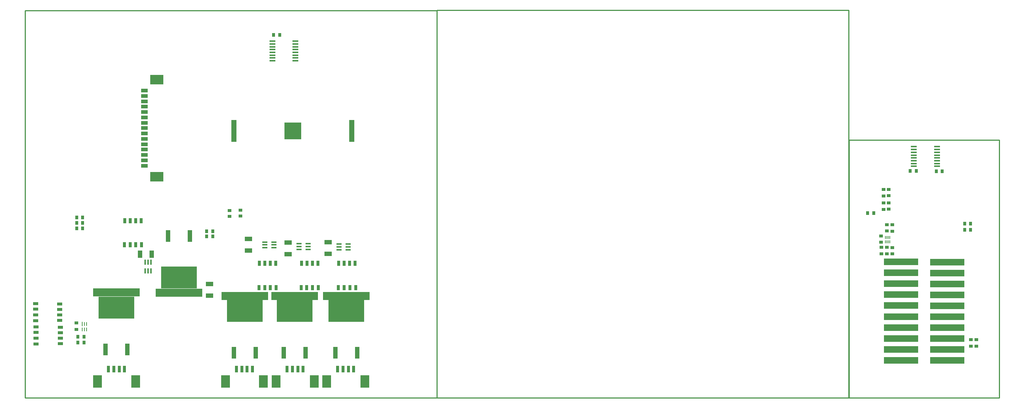
<source format=gbp>
G04*
G04 #@! TF.GenerationSoftware,Altium Limited,Altium Designer,18.1.9 (240)*
G04*
G04 Layer_Color=128*
%FSLAX44Y44*%
%MOMM*%
G71*
G01*
G75*
%ADD10R,0.9000X0.7000*%
%ADD13R,0.7000X0.9000*%
%ADD16C,0.2540*%
%ADD17R,0.8000X0.9000*%
%ADD18R,0.9000X0.8000*%
%ADD27R,0.8000X1.6000*%
%ADD28R,2.1000X3.0000*%
%ADD39R,1.1684X0.3556*%
%ADD40R,0.3556X1.1684*%
%ADD51R,1.7000X1.1000*%
%ADD89R,8.0000X1.5000*%
%ADD90R,0.2032X0.6604*%
%ADD91R,1.4000X0.3500*%
%ADD93R,1.6002X0.8128*%
%ADD94R,3.0988X2.2098*%
%ADD95R,1.3000X5.1000*%
%ADD96R,4.0000X4.0000*%
%ADD97R,0.2700X1.0200*%
%ADD98R,0.2700X0.9400*%
%ADD99R,0.6500X1.2000*%
%ADD100R,1.2000X0.6500*%
%ADD101R,10.8000X1.9100*%
%ADD102R,8.3300X5.0800*%
%ADD103R,1.0500X2.8000*%
%ADD104R,1.1000X1.7000*%
D10*
X2252670Y738991D02*
D03*
Y723991D02*
D03*
X2252416Y707766D02*
D03*
Y692766D02*
D03*
X2264721Y707844D02*
D03*
Y692844D02*
D03*
X2264862Y739184D02*
D03*
Y724184D02*
D03*
X2260290Y657098D02*
D03*
Y642098D02*
D03*
X2273110Y656942D02*
D03*
Y641942D02*
D03*
X2247336Y589266D02*
D03*
Y604266D02*
D03*
X2260290Y589012D02*
D03*
Y604012D02*
D03*
X2273244Y588758D02*
D03*
Y603758D02*
D03*
X2468926Y389354D02*
D03*
Y374354D02*
D03*
X2456196Y389058D02*
D03*
Y374058D02*
D03*
X373530Y412920D02*
D03*
Y427920D02*
D03*
D13*
X2230096Y684142D02*
D03*
X2215096D02*
D03*
X2314258Y781932D02*
D03*
X2329258D02*
D03*
X376956Y395750D02*
D03*
X391956D02*
D03*
D16*
X1213208Y254036D02*
Y1156328D01*
X2171804D01*
X2171804Y254036D01*
X1213208D02*
X2171804D01*
X2521910Y254120D02*
Y854120D01*
Y254120D02*
X2171910D01*
Y854120D01*
X2521910D02*
X2171910D01*
X1213000Y254050D02*
X254150D01*
X254150Y1155750D01*
X1213000D02*
X254150D01*
X1213000D02*
Y254050D01*
D17*
X2441250Y645280D02*
D03*
X2455250D02*
D03*
X2441250Y659250D02*
D03*
X2455250D02*
D03*
X2375210Y781170D02*
D03*
X2389210D02*
D03*
X847180Y1098851D02*
D03*
X833180D02*
D03*
X388659Y673884D02*
D03*
X374659D02*
D03*
X374659Y661384D02*
D03*
X388659D02*
D03*
X388659Y648716D02*
D03*
X374659D02*
D03*
X691000Y629750D02*
D03*
X677000D02*
D03*
X691172Y641908D02*
D03*
X677172D02*
D03*
X377562Y382305D02*
D03*
X391562D02*
D03*
D18*
X2247082Y616436D02*
D03*
Y630436D02*
D03*
X755500Y690797D02*
D03*
Y676797D02*
D03*
X730500Y690250D02*
D03*
Y676250D02*
D03*
D27*
X746400Y320532D02*
D03*
X758900D02*
D03*
X783900D02*
D03*
X771400D02*
D03*
X981960Y320642D02*
D03*
X994460D02*
D03*
X1019460D02*
D03*
X1006960D02*
D03*
X448500Y320750D02*
D03*
X461000D02*
D03*
X486000D02*
D03*
X473500D02*
D03*
X864250Y320532D02*
D03*
X876750D02*
D03*
X901750D02*
D03*
X889250D02*
D03*
D28*
X720900Y291532D02*
D03*
X809400D02*
D03*
X956460Y291642D02*
D03*
X1044960D02*
D03*
X423000Y291750D02*
D03*
X511500D02*
D03*
X838750Y291532D02*
D03*
X927250D02*
D03*
D39*
X833614Y616642D02*
D03*
Y610038D02*
D03*
Y603434D02*
D03*
X812786D02*
D03*
Y610038D02*
D03*
Y616642D02*
D03*
X1006455Y611674D02*
D03*
Y605070D02*
D03*
Y598466D02*
D03*
X985627D02*
D03*
Y605070D02*
D03*
Y611674D02*
D03*
X912881Y612780D02*
D03*
Y606175D02*
D03*
Y599571D02*
D03*
X892053D02*
D03*
Y606175D02*
D03*
Y612780D02*
D03*
D40*
X547192Y549086D02*
D03*
X540588D02*
D03*
X533984D02*
D03*
Y569914D02*
D03*
X540588D02*
D03*
X547192D02*
D03*
D51*
X959500Y589000D02*
D03*
Y616000D02*
D03*
X867000Y588000D02*
D03*
Y615000D02*
D03*
X683410Y518596D02*
D03*
Y491596D02*
D03*
X774500Y623750D02*
D03*
Y596750D02*
D03*
D89*
X2400694Y442918D02*
D03*
Y417518D02*
D03*
Y392118D02*
D03*
Y366718D02*
D03*
Y341318D02*
D03*
X2293010Y341420D02*
D03*
Y366820D02*
D03*
Y392220D02*
D03*
Y417620D02*
D03*
Y443020D02*
D03*
X2400810Y570020D02*
D03*
Y544620D02*
D03*
Y519220D02*
D03*
Y493820D02*
D03*
Y468420D02*
D03*
X2292987Y570189D02*
D03*
Y544789D02*
D03*
Y519389D02*
D03*
Y493989D02*
D03*
Y468589D02*
D03*
D90*
X2256734Y616721D02*
D03*
X2260290D02*
D03*
X2263846D02*
D03*
X2267402D02*
D03*
Y626881D02*
D03*
X2263846D02*
D03*
X2260290D02*
D03*
X2256734D02*
D03*
D91*
X2322850Y792970D02*
D03*
Y799470D02*
D03*
Y805970D02*
D03*
Y812470D02*
D03*
Y818970D02*
D03*
Y825470D02*
D03*
Y831970D02*
D03*
Y838470D02*
D03*
X2376850Y792970D02*
D03*
Y799470D02*
D03*
Y805970D02*
D03*
Y812470D02*
D03*
Y818970D02*
D03*
Y825470D02*
D03*
Y831970D02*
D03*
Y838470D02*
D03*
X884000Y1084250D02*
D03*
Y1077750D02*
D03*
Y1071250D02*
D03*
Y1064750D02*
D03*
Y1058250D02*
D03*
Y1051750D02*
D03*
Y1045250D02*
D03*
Y1038750D02*
D03*
X830000Y1084250D02*
D03*
Y1077750D02*
D03*
Y1071250D02*
D03*
Y1064750D02*
D03*
Y1058250D02*
D03*
Y1051750D02*
D03*
Y1045250D02*
D03*
Y1038750D02*
D03*
D93*
X532000Y969250D02*
D03*
Y956750D02*
D03*
Y944250D02*
D03*
Y931750D02*
D03*
Y919250D02*
D03*
Y906750D02*
D03*
Y894250D02*
D03*
Y881750D02*
D03*
Y869250D02*
D03*
Y856750D02*
D03*
Y844250D02*
D03*
Y831750D02*
D03*
Y819250D02*
D03*
Y806750D02*
D03*
Y794250D02*
D03*
D94*
X561000Y768750D02*
D03*
Y994750D02*
D03*
D95*
X1014658Y875080D02*
D03*
X740358D02*
D03*
D96*
X877508D02*
D03*
D97*
X387580Y425362D02*
D03*
D98*
X392580Y425762D02*
D03*
X397580D02*
D03*
Y413162D02*
D03*
X392580D02*
D03*
X387580D02*
D03*
D99*
X486560Y666470D02*
D03*
X499260D02*
D03*
X511960D02*
D03*
X524660D02*
D03*
X525676Y610280D02*
D03*
X512214D02*
D03*
X499006D02*
D03*
X485544D02*
D03*
X799742Y566873D02*
D03*
X812442D02*
D03*
X825142D02*
D03*
X837842D02*
D03*
X838858Y510682D02*
D03*
X825396D02*
D03*
X812188D02*
D03*
X798726D02*
D03*
X984722Y566872D02*
D03*
X997422D02*
D03*
X1010122D02*
D03*
X1022822D02*
D03*
X1023838Y510682D02*
D03*
X1010376D02*
D03*
X997168D02*
D03*
X983706D02*
D03*
X897786Y566872D02*
D03*
X910486D02*
D03*
X923186D02*
D03*
X935886D02*
D03*
X936902Y510682D02*
D03*
X923440D02*
D03*
X910232D02*
D03*
X896770D02*
D03*
D100*
X335150Y472490D02*
D03*
Y459790D02*
D03*
Y447090D02*
D03*
Y434390D02*
D03*
X278960Y433374D02*
D03*
Y446836D02*
D03*
Y460044D02*
D03*
Y473506D02*
D03*
X336420Y418300D02*
D03*
Y405600D02*
D03*
Y392900D02*
D03*
Y380200D02*
D03*
X280230Y379184D02*
D03*
Y392646D02*
D03*
Y405854D02*
D03*
Y419316D02*
D03*
D101*
X882311Y490861D02*
D03*
X1002031Y490861D02*
D03*
X765750Y490750D02*
D03*
X613000Y498744D02*
D03*
X467000Y499000D02*
D03*
D102*
X882311Y455911D02*
D03*
X1002031Y455911D02*
D03*
X765750Y455800D02*
D03*
X613000Y533694D02*
D03*
X467000Y464050D02*
D03*
D103*
X856911Y358711D02*
D03*
X907711D02*
D03*
X976631Y358711D02*
D03*
X1027431D02*
D03*
X740350Y358600D02*
D03*
X791150D02*
D03*
X638400Y630894D02*
D03*
X587600D02*
D03*
X441600Y366850D02*
D03*
X492400D02*
D03*
D104*
X522064Y588487D02*
D03*
X549064D02*
D03*
M02*

</source>
